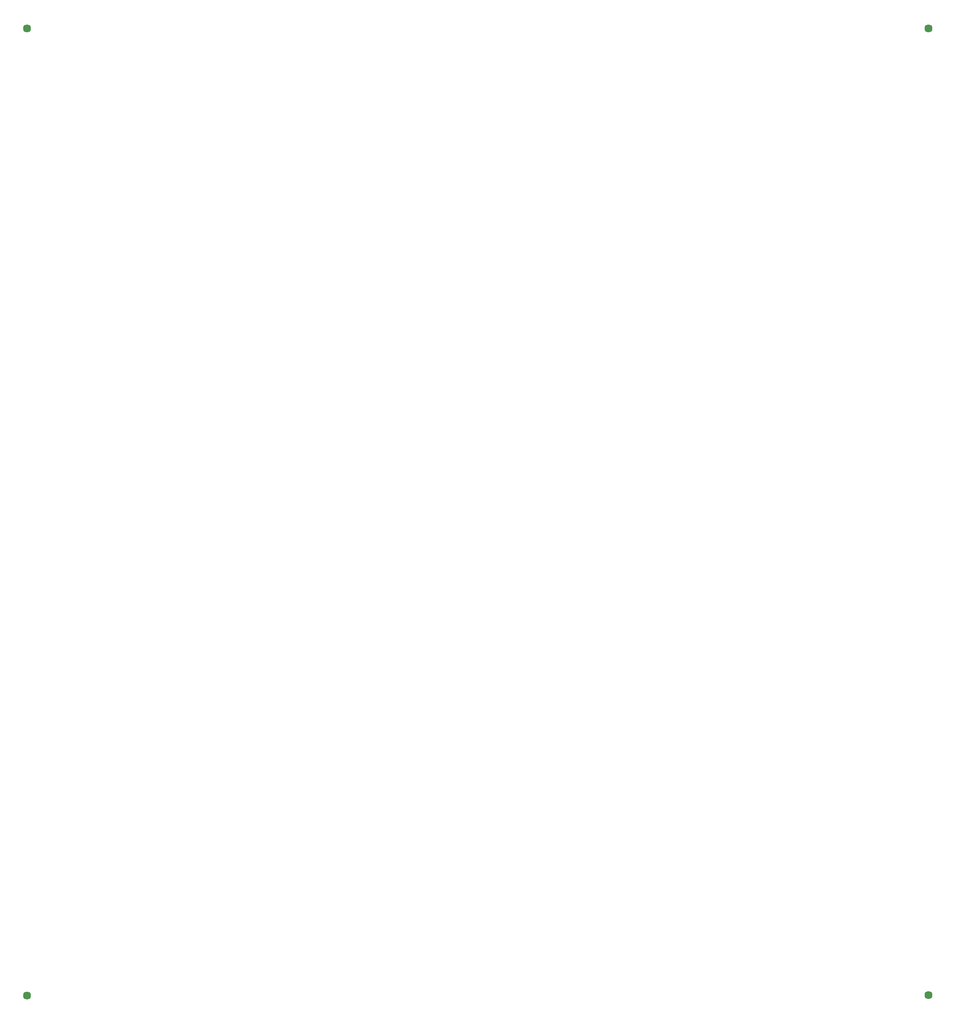
<source format=gbr>
%TF.GenerationSoftware,Altium Limited,Altium Designer,25.5.2 (35)*%
G04 Layer_Color=8388736*
%FSLAX45Y45*%
%MOMM*%
%TF.SameCoordinates,6948D1F0-C69E-42BD-806E-39CAA59B2E28*%
%TF.FilePolarity,Negative*%
%TF.FileFunction,Soldermask,Top*%
%TF.Part,Single*%
G01*
G75*
%TA.AperFunction,WasherPad*%
%ADD32C,1.44800*%
D32*
X-16050565Y-5148683D02*
D03*
X64396Y-5142604D02*
D03*
Y12129380D02*
D03*
X-16050565Y12135460D02*
D03*
%TF.MD5,463d973c738e14ddc4d5973936bc4ec1*%
M02*

</source>
